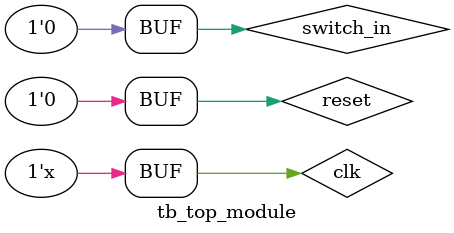
<source format=sv>
`timescale 1ns / 1ps

module tb_top_module();
    logic clk, reset, switch_in;

    logic [3:0] count;
    logic [6:0] BCD7_out;
    logic fib_out;
    logic [6:0]switch_out;

    // Instancias de los m�dulos bajo test (DUT)
    top_module topmoduleDUT(
        .clk (clk),
        .reset (reset),
        .switch_in (switch_in),
        .count (count),
        .switch_out (switch_out),
        .fib_out (fib_out),
        .BCD7_out (BCD7_out)
        );

    always #5 clk = ~clk;
    
    initial begin
        clk = 0;
        #4
        switch_in = 1'b1;
        #6
        switch_in = 1'b0;
        #1
        reset = 1;
        #30
        reset = 0;
    end
endmodule
</source>
